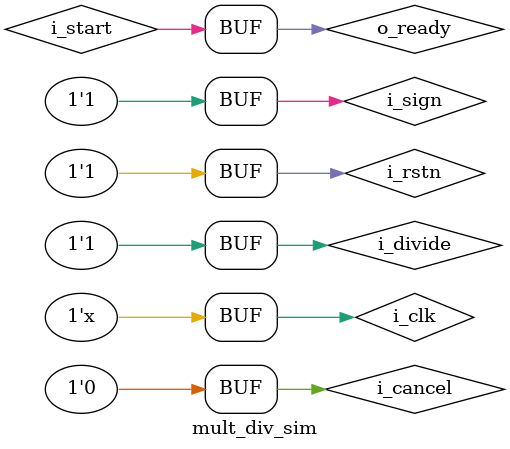
<source format=v>
`timescale 1ns / 1ps


module mult_div_sim(
    );
	// input
	reg i_clk = 0;
	reg i_rstn = 0;	
	reg i_divide = 0;	
	reg i_sign = 0;	
	reg i_cancel = 0;
	wire i_start;	

	reg [31:0] i_data0 = 1000;
	reg [31:0] i_data1 = 9;

	wire o_ready;
	wire [63:0] o_result;

	assign i_start = o_ready;
	
	mult_div MULT_DIV_TEST(
		.i_clk(i_clk),
		.i_rstn(i_rstn),
		.i_cancel(i_cancel),
		.i_divide(i_divide),
		.i_sign(i_sign),
		.i_start(i_start),
		.i_data0(i_data0),
		.i_data1(i_data1),
		.o_ready(o_ready),
		.o_result(o_result)
		);
	
	initial begin
		#20 i_rstn = 1; i_divide = 1;
		#1000 i_sign = 1;
	end

	always #5 i_clk = ~i_clk;
	always #400 i_data0 = ($random) % (2**23);
	always #400 i_data1 = ($random) % (2**23);
	
endmodule

</source>
